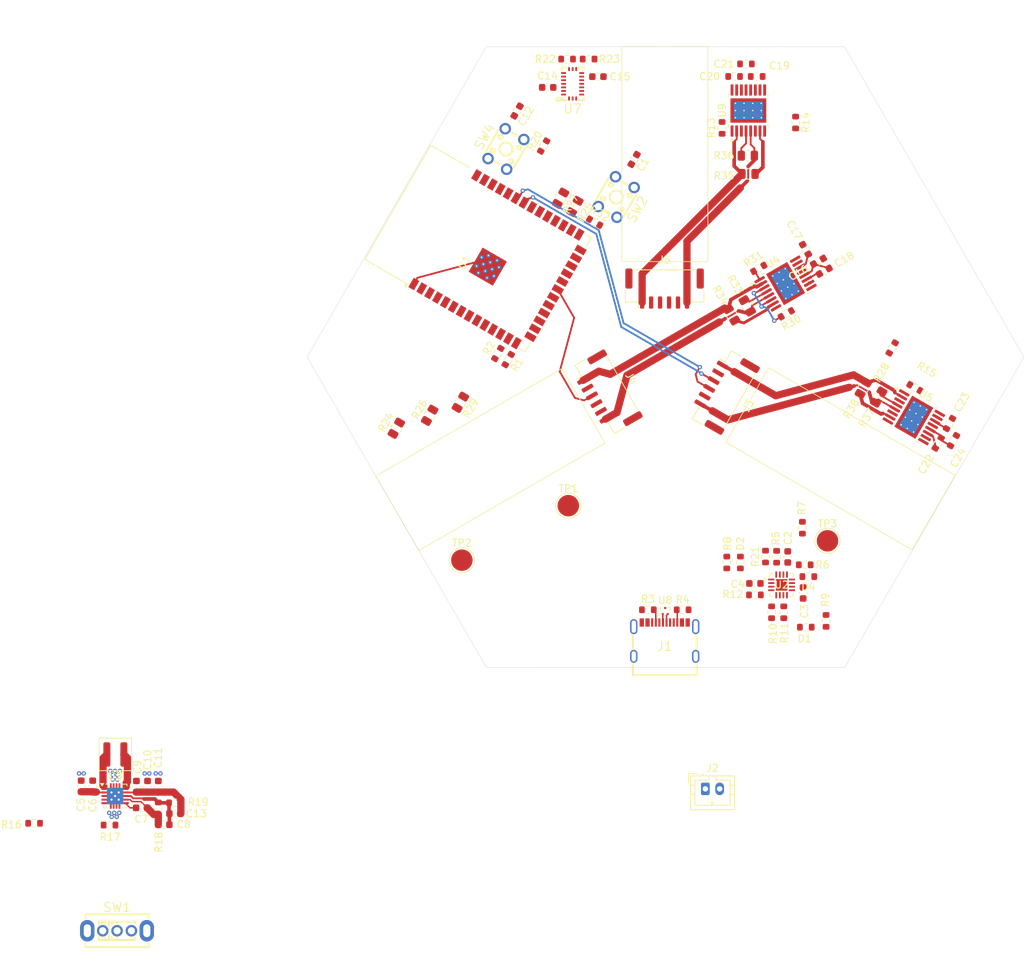
<source format=kicad_pcb>
(kicad_pcb (version 20241229) (generator "pcbnew") (generator_version "9.0")
  (layers (0 "F.Cu" signal) (2 "B.Cu" signal) (13 "F.Paste" user) (15 "B.Paste" user) (5 "F.SilkS" user "F.Silkscreen") (7 "B.SilkS" user "B.Silkscreen") (1 "F.Mask" user) (3 "B.Mask" user) (25 "Edge.Cuts" user))
  (net 0 "")
  (net 1 "GND")
  (net 2 "Net-(C1-Pad2)")
  (net 3 "USB_5V")
  (net 4 "VSYS")
  (net 5 "+BATT")
  (net 6 "Net-(U3-VAUX)")
  (net 7 "Net-(U3-FB)")
  (net 8 "+3.3V")
  (net 9 "Net-(C12-Pad2)")
  (net 10 "Net-(U4-VINT)")
  (net 11 "Net-(U4-VCP)")
  (net 12 "Net-(U9-VCP)")
  (net 13 "Net-(U9-VINT)")
  (net 14 "Net-(U5-VCP)")
  (net 15 "Net-(U5-VINT)")
  (net 16 "/CHG")
  (net 17 "Net-(D1-A)")
  (net 18 "Net-(D2-A)")
  (net 19 "/PGOOD")
  (net 20 "Net-(J3-Pin_1)")
  (net 21 "Net-(J4-Pin_1)")
  (net 22 "Net-(J5-Pin_1)")
  (net 23 "Net-(U3-L1)")
  (net 24 "Net-(U3-L2)")
  (net 25 "/D+")
  (net 26 "Net-(U1-USB_D+)")
  (net 27 "/D-")
  (net 28 "Net-(U1-USB_D-)")
  (net 29 "Net-(J1-CC1)")
  (net 30 "Net-(J1-CC2)")
  (net 31 "Net-(U2-ISET)")
  (net 32 "Net-(U2-ILIM)")
  (net 33 "Net-(U2-TMR)")
  (net 34 "Net-(U2-EN2)")
  (net 35 "Net-(U2-EN1)")
  (net 36 "Net-(U2-~{CE})")
  (net 37 "/M2_SLEEP")
  (net 38 "Net-(U9-AISEN)")
  (net 39 "/M3_SLEEP")
  (net 40 "Net-(SW1-B)")
  (net 41 "Net-(U3-PG)")
  (net 42 "/ESP_EN")
  (net 43 "/Temp Sense")
  (net 44 "/SCL")
  (net 45 "/SDA")
  (net 46 "/ACCEL_INT1")
  (net 47 "Net-(U7-INT1)")
  (net 48 "Net-(U7-INT2)")
  (net 49 "/ACCEL_INT2")
  (net 50 "Net-(U7-INT3)")
  (net 51 "/GYRO_INT1")
  (net 52 "Net-(U7-INT4)")
  (net 53 "/GYRO_INT2")
  (net 54 "Net-(U5-AISEN)")
  (net 55 "Net-(U7-DRDYM)")
  (net 56 "/MAG_DRDYM")
  (net 57 "Net-(U4-AISEN)")
  (net 58 "/M1_SLEEP")
  (net 59 "/ESP_IO0")
  (net 60 "Net-(U4-AOUT2)")
  (net 61 "Net-(J4-Pin_6)")
  (net 62 "Net-(U4-BOUT1)")
  (net 63 "Net-(U9-BOUT1)")
  (net 64 "Net-(U9-AOUT2)")
  (net 65 "Net-(J5-Pin_6)")
  (net 66 "Net-(U5-AOUT2)")
  (net 67 "Net-(J3-Pin_6)")
  (net 68 "Net-(U5-BOUT1)")
  (net 70 "/M1_C2")
  (net 71 "/M2A_IN")
  (net 73 "/M1_C1")
  (net 75 "/M3A_IN")
  (net 76 "/M3_FAULT")
  (net 78 "/M1A_IN")
  (net 79 "/M2_FAULT")
  (net 80 "/M1_FAULT")
  (net 82 "/M3B_IN")
  (net 83 "/M3_C2")
  (net 84 "/M2B_IN")
  (net 85 "/M1B_IN")
  (net 86 "/M2_C1")
  (net 88 "/M3_C1")
  (net 89 "/M2_C2")
  (footprint "Resistor_SMD:R_0603_1608Metric" (layer "F.Cu") (at 37.35 172.85)
    (property "Reference" "R17")
    (property "Value" "1 MΩ")
  )
  (footprint "Resistor_SMD:R_0603_1608Metric" (layer "F.Cu") (at 123.438814 136.209273 90)
    (property "Reference" "R8")
    (property "Value" "1.5 kΩ")
  )
  (footprint "Resistor_SMD:R_0603_1608Metric" (layer "F.Cu") (at 91.506571 107.044672 60)
    (property "Reference" "R2")
    (property "Value" "22 Ω")
  )
  (footprint "Resistor_SMD:R_0603_1608Metric" (layer "F.Cu") (at 134.313818 136.53427 180)
    (property "Reference" "R6")
    (property "Value" "1.18 kΩ")
  )
  (footprint "Resistor_SMD:R_0603_1608Metric" (layer "F.Cu") (at 105.00854 88.721644 -30)
    (property "Reference" "R32")
    (property "Value" "10 kΩ")
  )
  (footprint "Capacitor_SMD:C_0603_1608Metric" (layer "F.Cu") (at 134.420578 92.520376 -60)
    (property "Reference" "C17")
    (property "Value" "2.2µF")
  )
  (footprint "Resistor_SMD:R_0603_1608Metric" (layer "F.Cu") (at 124.462354 68.386758)
    (property "Reference" "C20")
    (property "Value" "2.2µF")
  )
  (footprint "Capacitor_SMD:C_0603_1608Metric" (layer "F.Cu") (at 94.190241 73.208754 -120)
    (property "Reference" "C12")
    (property "Value" "0.1µf")
  )
  (footprint "Resistor_SMD:R_0603_1608Metric" (layer "F.Cu") (at 117.283918 142.809274)
    (property "Reference" "R4")
    (property "Value" "5.1 kΩ")
  )
  (footprint "Capacitor_SMD:C_0603_1608Metric" (layer "F.Cu") (at 127.363813 139.134271)
    (property "Reference" "C4")
    (property "Value" "4.7 µF")
  )
  (footprint "Resistor_SMD:R_0603_1608Metric" (layer "F.Cu") (at 101.165242 65.958756)
    (property "Reference" "R22")
    (property "Value" "4.7 kΩ")
  )
  (footprint "Package_TO_SOT_SMD:Texas_DRT-3" (layer "F.Cu") (at 114.858912 142.984273)
    (property "Reference" "U8")
    (property "Value" "TPD2EUSB30")
  )
  (footprint "Package_SO:HTSSOP-16-1EP_4.4x5mm_P0.65mm_EP3.4x5mm_Mask2.46x2.31mm_ThermalVias" (layer "F.Cu") (at 131.63881 97.284273 30)
    (property "Reference" "U4")
    (property "Value" "DRV8833PWP")
  )
  (footprint "Resistor_SMD:R_0603_1608Metric" (layer "F.Cu") (at 125.338817 136.209272 90)
    (property "Reference" "D2")
    (property "Value" "LED_Small")
  )
  (footprint "Capacitor_SMD:C_0603_1608Metric" (layer "F.Cu") (at 134.088814 140.459272 -90)
    (property "Reference" "C3")
    (property "Value" "4.7 µF")
  )
  (footprint "Capacitor_SMD:C_0603_1608Metric" (layer "F.Cu") (at 41.099999 167.475002 -90)
    (property "Reference" "C9")
    (property "Value" "22µF")
  )
  (footprint "Resistor_SMD:R_0603_1608Metric" (layer "F.Cu") (at 149.687631 111.813559 150)
    (property "Reference" "R15")
    (property "Value" "10kΩ")
  )
  (footprint "Resistor_SMD:R_0603_1608Metric" (layer "F.Cu") (at 131.735113 101.501066 -150)
    (property "Reference" "R30")
    (property "Value" "200mΩ")
  )
  (footprint "Custom_Button_Switch_THT:SW-TH_SS12D07VG4" (layer "F.Cu") (at 38.399999 187.600001)
    (property "Reference" "SW1")
    (property "Value" "SW_SPDT")
  )
  (footprint "Capacitor_SMD:C_0603_1608Metric" (layer "F.Cu") (at 136.223604 94.175363 30)
    (property "Reference" "C16")
    (property "Value" "10µF")
  )
  (footprint "Capacitor_SMD:C_0603_1608Metric" (layer "F.Cu") (at 42.649999 167.475 -90)
    (property "Reference" "C10")
    (property "Value" "22µF")
  )
  (footprint "Resistor_SMD:R_0603_1608Metric" (layer "F.Cu") (at 126.112355 66.636761 180)
    (property "Reference" "C21")
    (property "Value" "10µF")
  )
  (footprint "Resistor_SMD:R_0603_1608Metric" (layer "F.Cu") (at 130.388813 135.409273 90)
    (property "Reference" "R5")
    (property "Value" "1.13 kΩ")
  )
  (footprint "Capacitor_SMD:C_0603_1608Metric" (layer "F.Cu") (at 33.4 167.425001 90)
    (property "Reference" "C5")
    (property "Value" "10µF")
  )
  (footprint "Resistor_SMD:R_0603_1608Metric" (layer "F.Cu") (at 104.16524 65.958755 180)
    (property "Reference" "R23")
    (property "Value" "4.6 kΩ")
  )
  (footprint "Capacitor_SMD:C_0603_1608Metric" (layer "F.Cu") (at 44.15 167.475001 -90)
    (property "Reference" "C11")
    (property "Value" "22µF")
  )
  (footprint "Capacitor_SMD:C_0603_1608Metric" (layer "F.Cu") (at 98.465237 69.908753)
    (property "Reference" "C14")
    (property "Value" "100nF")
  )
  (footprint "Resistor_SMD:R_0805_2012Metric" (layer "F.Cu") (at 100.25032 85.368895 -120)
    (property "Reference" "R27")
    (property "Value" "0Ω")
  )
  (footprint "Resistor_SMD:R_0603_1608Metric" (layer "F.Cu") (at 133.988814 131.359271 90)
    (property "Reference" "R7")
    (property "Value" "46.4 kΩ")
  )
  (footprint "Resistor_SMD:R_0603_1608Metric" (layer "F.Cu") (at 46.475 169.750001 180)
    (property "Reference" "R19")
    (property "Value" "1.13MΩ")
  )
  (footprint "Resistor_SMD:R_0805_2012Metric" (layer "F.Cu") (at 126.474853 81.986759 180)
    (property "Reference" "R35")
    (property "Value" "0 Ω")
  )
  (footprint "Capacitor_SMD:C_0603_1608Metric" (layer "F.Cu") (at 131.938811 135.434144 -90)
    (property "Reference" "C2")
    (property "Value" "1 µF")
  )
  (footprint "Resistor_SMD:R_0603_1608Metric" (layer "F.Cu") (at 128.844069 135.384143 90)
    (property "Reference" "R21")
    (property "Value" "10 kΩ")
  )
  (footprint "Resistor_SMD:R_0603_1608Metric" (layer "F.Cu") (at 134.813816 138.184274 180)
    (property "Reference" "D4")
    (property "Value" "PESD5V0S1UL")
  )
  (footprint "Capacitor_SMD:C_0603_1608Metric" (layer "F.Cu") (at 110.510513 79.962974 -120)
    (property "Reference" "C1")
    (property "Value" "0.1µf")
  )
  (footprint "Connector_JST:JST_GH_BM06B-GHS-TBT_1x06-1MP_P1.25mm_Vertical" (layer "F.Cu") (at 114.763815 97.984271)
    (property "Reference" "J5")
    (property "Value" "M1_Conn_01x06")
  )
  (footprint "Resistor_SMD:R_0603_1608Metric" (layer "F.Cu") (at 152.930854 119.54614 60)
    (property "Reference" "C22")
    (property "Value" "0.01µF")
  )
  (footprint "Resistor_SMD:R_0805_2012Metric" (layer "F.Cu") (at 126.374854 79.436759 180)
    (property "Reference" "R36")
    (property "Value" "0 Ω")
  )
  (footprint "Capacitor_SMD:C_0603_1608Metric" (layer "F.Cu") (at 41.824999 170.450001)
    (property "Reference" "C7")
    (property "Value" "0.1µF")
  )
  (footprint "Resistor_SMD:R_0603_1608Metric" (layer "F.Cu") (at 127.905206 95.167477 -150)
    (property "Reference" "R31")
    (property "Value" "10kΩ")
  )
  (footprint "Connector_JST:JST_GH_BM06B-GHS-TBT_1x06-1MP_P1.25mm_Vertical" (layer "F.Cu") (at 106.638876 112.525797 -60)
    (property "Reference" "J4")
    (property "Value" "M1_Conn_01x06")
  )
  (footprint "Resistor_SMD:R_0805_2012Metric" (layer "F.Cu") (at 142.489926 111.887057 60)
    (property "Reference" "R38")
    (property "Value" "0 Ω")
  )
  (footprint "Resistor_SMD:R_0805_2012Metric" (layer "F.Cu") (at 124.113625 101.650257 120)
    (property "Reference" "R34")
    (property "Value" "0Ω")
  )
  (footprint "Resistor_SMD:R_0603_1608Metric" (layer "F.Cu") (at 122.787354 75.561758 -90)
    (property "Reference" "R13")
    (property "Value" "10kΩ")
  )
  (footprint "Capacitor_SMD:C_0603_1608Metric" (layer "F.Cu") (at 34.999999 167.425001 90)
    (property "Reference" "C6")
    (property "Value" "10µF")
  )
  (footprint "Resistor_SMD:R_0603_1608Metric" (layer "F.Cu") (at 92.956569 107.894678 -120)
    (property "Reference" "R1")
    (property "Value" "22 Ω")
  )
  (footprint "Resistor_SMD:R_0805_2012Metric" (layer "F.Cu") (at 82.00032 115.668894 60)
    (property "Reference" "R26")
    (property "Value" "0Ω")
  )
  (footprint "Resistor_SMD:R_0603_1608Metric" (layer "F.Cu") (at 155.05873 119.202984 60)
    (property "Reference" "C24")
    (property "Value" "10µF")
  )
  (footprint "TestPoint:TestPoint_Pad_D3.0mm" (layer "F.Cu") (at 86.488813 135.884274)
    (property "Reference" "TP2")
    (property "Value" "Buck in test pad")
  )
  (footprint "Resistor_SMD:R_0603_1608Metric" (layer "F.Cu") (at 127.612355 68.386758 180)
    (property "Reference" "C19")
    (property "Value" "0.01µF")
  )
  (footprint "Package_DFN_QFN:VQFN-16-1EP_3x3mm_P0.5mm_EP1.6x1.6mm" (layer "F.Cu") (at 131.088817 139.334271)
    (property "Reference" "U2")
    (property "Value" "BQ24074RGT")
  )
  (footprint "Resistor_SMD:R_0603_1608Metric" (layer "F.Cu") (at 134.463812 145.234274)
    (property "Reference" "D1")
    (property "Value" "LED_Small")
  )
  (footprint "Resistor_SMD:R_0603_1608Metric" (layer "F.Cu") (at 154.505849 116.81816 -120)
    (property "Reference" "C23")
    (property "Value" "2.2µF")
  )
  (footprint "Package_SO:HTSSOP-16-1EP_4.4x5mm_P0.65mm_EP3.4x5mm_Mask2.46x2.31mm_ThermalVias" (layer "F.Cu") (at 149.529727 115.937052 -30)
    (property "Reference" "U5")
    (property "Value" "DRV8833PWP")
  )
  (footprint "Resistor_SMD:R_0603_1608Metric" (layer "F.Cu") (at 137.288814 144.359273 90)
    (property "Reference" "R9")
    (property "Value" "1.5 kΩ")
  )
  (footprint "Resistor_SMD:R_0603_1608Metric" (layer "F.Cu") (at 133.037353 74.811757 -90)
    (property "Reference" "R14")
    (property "Value" "200mΩ")
  )
  (footprint "Package_SO:HTSSOP-16-1EP_4.4x5mm_P0.65mm_EP3.4x5mm_Mask2.46x2.31mm_ThermalVias" (layer "F.Cu") (at 126.449854 73.136759 90)
    (property "Reference" "U9")
    (property "Value" "DRV8833PWP")
  )
  (footprint "Resistor_SMD:R_0603_1608Metric" (layer "F.Cu") (at 127.363814 140.734272)
    (property "Reference" "R12")
    (property "Value" "100 kΩ")
  )
  (footprint "TestPoint:TestPoint_Pad_D3.0mm" (layer "F.Cu") (at 101.338815 128.284274)
    (property "Reference" "TP1")
    (property "Value" "Buck out test pad")
  )
  (footprint "Resistor_SMD:R_0805_2012Metric" (layer "F.Cu") (at 77.350319 117.468896 60)
    (property "Reference" "R24")
    (property "Value" "0Ω")
  )
  (footprint "Resistor_SMD:R_0805_2012Metric" (layer "F.Cu") (at 86.28782 113.849392 -120)
    (property "Reference" "R29")
    (property "Value" "0Ω")
  )
  (footprint "Custom_Sensor_Motion_global:BMX055_EasyEDA" (layer "F.Cu") (at 101.940239 69.408755)
    (property "Reference" "U7")
    (property "Value" "BMX055")
  )
  (footprint "Capacitor_SMD:C_0603_1608Metric" (layer "F.Cu") (at 105.465239 68.408754)
    (property "Reference" "C15")
    (property "Value" "100nF")
  )
  (footprint "Package_SON:Texas_S-PWSON-N10_ThermalVias" (layer "F.Cu") (at 38.124999 168.800001)
    (property "Reference" "U3")
    (property "Value" "TPS63060")
  )
  (footprint "Connector_JST:JST_PH_B2B-PH-K_1x02_P2.00mm_Vertical" (layer "F.Cu") (at 120.45 167.8)
    (property "Reference" "J2")
    (property "Value" "Battery_Conn_01x02")
  )
  (footprint "Resistor_SMD:R_0603_1608Metric" (layer "F.Cu") (at 26.824999 172.600001)
    (property "Reference" "R16")
    (property "Value" "100kΩ")
  )
  (footprint "Capacitor_SMD:C_0603_1608Metric" (layer "F.Cu") (at 44.925 172.8)
    (property "Reference" "C8")
    (property "Value" "10pF")
  )
  (footprint "Custom_Connector:USB-C-SMD_TYPE-C16PIN" (layer "F.Cu") (at 114.788915 146.946774)
    (property "Reference" "J1")
    (property "Value" "USB_C_Receptacle_USB2.0_16P")
  )
  (footprint "Inductor_SMD:L_Coilcraft_XAL4020-XXX" (layer "F.Cu") (at 38.164999 163.000001 180)
    (property "Reference" "L1")
    (property "Value" "Coilcraft-XFL4020102MEC")
  )
  (footprint "Resistor_SMD:R_0603_1608Metric" (layer "F.Cu") (at 97.90274 78.094285 60)
    (property "Reference" "R20")
    (property "Value" "10 kΩ")
  )
  (footprint "Resistor_SMD:R_0603_1608Metric" (layer "F.Cu") (at 112.433916 142.809272 180)
    (property "Reference" "R3")
    (property "Value" "5.1 kΩ")
  )
  (footprint "TestPoint:TestPoint_Pad_D3.0mm" (layer "F.Cu") (at 137.488815 133.184272)
    (property "Reference" "TP3")
    (property "Value" "5v test pad")
  )
  (footprint "Capacitor_SMD:C_0603_1608Metric" (layer "F.Cu") (at 46.475 171.25)
    (property "Reference" "C13")
    (property "Value" "10pF")
  )
  (footprint "Custom_Button_Switch_THT:SW-TH_4P-L4.5-W4.5-P3.00-LS4.8" (layer "F.Cu") (at 92.640242 78.508755 60)
    (property "Reference" "SW4")
    (property "Value" "TSC016A04518A")
  )
  (footprint "Resistor_SMD:R_0603_1608Metric" (layer "F.Cu") (at 129.688814 143.159275 -90)
    (property "Reference" "R10")
    (property "Value" "10 kΩ")
  )
  (footprint "Resistor_SMD:R_0603_1608Metric" (layer "F.Cu") (at 131.388815 143.159273 -90)
    (property "Reference" "R11")
    (property "Value" "10 kΩ")
  )
  (footprint "Resistor_SMD:R_0603_1608Metric" (layer "F.Cu") (at 44.149999 170.525 -90)
    (property "Reference" "R18")
    (property "Value" "200kΩ")
  )
  (footprint "Capacitor_SMD:C_0603_1608Metric" (layer "F.Cu") (at 137.02925 95.554046 30)
    (property "Reference" "C18")
    (property "Value" "0.01µF")
  )
  (footprint "Resistor_SMD:R_0805_2012Metric" (layer "F.Cu") (at 144.630436 113.122878 60)
    (property "Reference" "R37")
    (property "Value" "0 Ω")
  )
  (footprint "Resistor_SMD:R_0805_2012Metric" (layer "F.Cu") (at 102.250321 86.518896 -120)
    (property "Reference" "R25")
    (property "Value" "0Ω")
  )
  (footprint "Resistor_SMD:R_0603_1608Metric" (layer "F.Cu") (at 146.508027 106.269936 -120)
    (property "Reference" "R28")
    (property "Value" "200mΩ")
  )
  (footprint "Resistor_SMD:R_0805_2012Metric" (layer "F.Cu") (at 126.306229 100.393658 120)
    (property "Reference" "R33")
    (property "Value" "0Ω")
  )
  (footprint "Connector_JST:JST_GH_BM06B-GHS-TBT_1x06-1MP_P1.25mm_Vertical" (layer "F.Cu") (at 122.988882 112.342748 -120)
    (property "Reference" "J3")
    (property "Value" "M1_Conn_01x06")
  )
  (footprint "RF_Module:ESP32-S3-WROOM-1" (layer "F.Cu") (at 88.720828 92.399017 60)
    (property "Reference" "U1")
    (property "Value" "ESP32-S3-WROOM-1")
  )
  (footprint "Custom_Button_Switch_THT:SW-TH_4P-L4.5-W4.5-P3.00-LS4.8" (layer "F.Cu") (at 108.021999 85.205772 -120)
    (property "Reference" "SW2")
    (property "Value" "TSC016A04518A")
  )
  (gr_poly (pts (xy 123.308051 119.43427) (xy 129.308053 109.041969) (xy 155.288816 124.041967) (xy 149.288818 134.434272)) (stroke (width 0.1)) (fill no) (layer "F.SilkS"))
  (gr_poly (pts (xy 108.799359 64.216897) (xy 120.799362 64.2169) (xy 120.799364 94.216897) (xy 108.79936 94.216896)) (stroke (width 0.1)) (fill no) (layer "F.SilkS"))
  (gr_poly (pts (xy 100.469575 109.141966) (xy 106.469576 119.534269) (xy 80.488813 134.534273) (xy 74.488819 124.14197)) (stroke (width 0.1)) (fill no) (layer "F.SilkS"))
  (gr_poly (pts (xy 164.897174 107.549533) (xy 139.914008 150.841076) (xy 89.930672 150.870125) (xy 64.897172 107.549533) (xy 89.883298 64.256281) (xy 139.861296 64.22757)) (stroke (width 0.05)) (fill no) (layer "Edge.Cuts"))
  (segment (start 39.885001 169.300002) (end 40.215715 169.3) (width 0.2) (layer "F.Cu") (net 1))
  (segment (start 44.149999 171.35) (end 44.15 172.8) (width 1.016) (layer "F.Cu") (net 1))
  (segment (start 39.885001 169.300002) (end 39.599999 169.300002) (width 0.2) (layer "F.Cu") (net 1))
  (segment (start 40.493716 169.578001) (end 41.727999 169.578) (width 0.2) (layer "F.Cu") (net 1))
  (segment (start 90.101252 94.928052) (end 88.824732 94.191056) (width 0.254) (layer "F.Cu") (net 1))
  (segment (start 43.499998 171.35) (end 44.149999 171.35) (width 1.016) (layer "F.Cu") (net 1))
  (segment (start 40.215715 169.3) (end 40.493716 169.578001) (width 0.2) (layer "F.Cu") (net 1))
  (segment (start 41.727999 169.578) (end 42.6 170.450001) (width 0.2) (layer "F.Cu") (net 1))
  (segment (start 80.292535 96.477247) (end 79.790535 97.346738) (width 0.254) (layer "F.Cu") (net 1))
  (segment (start 88.824732 94.191056) (end 80.292535 96.477247) (width 0.254) (layer "F.Cu") (net 1))
  (segment (start 42.599999 170.450001) (end 43.499998 171.35) (width 1.016) (layer "F.Cu") (net 1))
  (segment (start 79.790535 97.346738) (end 79.794192 97.360398) (width 0.254) (layer "F.Cu") (net 1))
  (via (at 37.299999 171.150001) (size 0.6) (drill 0.3) (layers "F.Cu" "B.Cu") (net 1))
  (via (at 43.799999 165.65) (size 0.6) (drill 0.3) (layers "F.Cu" "B.Cu") (net 1))
  (via (at 37.449999 165.3) (size 0.6) (drill 0.3) (layers "F.Cu" "B.Cu") (net 1))
  (via (at 38.099999 165.300001) (size 0.6) (drill 0.3) (layers "F.Cu" "B.Cu") (net 1))
  (via (at 33.099999 165.649999) (size 0.6) (drill 0.3) (layers "F.Cu" "B.Cu") (net 1))
  (via (at 37.8 166.500001) (size 0.6) (drill 0.3) (layers "F.Cu" "B.Cu") (net 1))
  (via (at 33.749999 165.650001) (size 0.6) (drill 0.3) (layers "F.Cu" "B.Cu") (net 1))
  (via (at 38.8 165.300002) (size 0.6) (drill 0.3) (layers "F.Cu" "B.Cu") (net 1))
  (via (at 44.45 165.65) (size 0.6) (drill 0.3) (layers "F.Cu" "B.Cu") (net 1))
  (via (at 38.699999 171.15) (size 0.6) (drill 0.3) (layers "F.Cu" "B.Cu") (net 1))
  (via (at 38.35 171.700001) (size 0.6) (drill 0.3) (layers "F.Cu" "B.Cu") (net 1))
  (via (at 42.9 165.649999) (size 0.6) (drill 0.3) (layers "F.Cu" "B.Cu") (net 1))
  (via (at 38.000001 171.150002) (size 0.6) (drill 0.3) (layers "F.Cu" "B.Cu") (net 1))
  (via (at 38.449999 165.850001) (size 0.6) (drill 0.3) (layers "F.Cu" "B.Cu") (net 1))
  (via (at 37.649999 171.700001) (size 0.6) (drill 0.3) (layers "F.Cu" "B.Cu") (net 1))
  (via (at 42.249999 165.65) (size 0.6) (drill 0.3) (layers "F.Cu" "B.Cu") (net 1))
  (via (at 37.799999 165.850001) (size 0.6) (drill 0.3) (layers "F.Cu" "B.Cu") (net 1))
  (via (at 38.449999 166.500001) (size 0.6) (drill 0.3) (layers "F.Cu" "B.Cu") (net 1))
  (segment (start 35.433997 168.25) (end 35.515999 168.25) (width 1.016) (layer "F.Cu") (net 4))
  (segment (start 153.343354 118.831669) (end 153.242697 118.456012) (width 0.254) (layer "F.Cu") (net 4))
  (segment (start 35.515999 168.25) (end 35.566 168.300001) (width 0.254) (layer "F.Cu") (net 4))
  (segment (start 33.4 168.200001) (end 34.999999 168.200001) (width 1.016) (layer "F.Cu") (net 4))
  (segment (start 137.70042 95.166547) (end 137.6812 95.133265) (width 0.254) (layer "F.Cu") (net 4))
  (segment (start 137.6812 95.133265) (end 135.552436 94.562862) (width 0.254) (layer "F.Cu") (net 4))
  (segment (start 153.242697 118.456012) (end 151.846228 117.649761) (width 0.254) (layer "F.Cu") (net 4))
  (segment (start 35.040999 168.241001) (end 35.424998 168.241001) (width 1.016) (layer "F.Cu") (net 4))
  (segment (start 153.449089 119.226288) (end 153.343354 118.831669) (width 0.254) (layer "F.Cu") (net 4))
  (segment (start 154.64623 119.917454) (end 153.449089 119.226288) (width 0.254) (layer "F.Cu") (net 4))
  (segment (start 135.287066 95.553233) (end 135.552436 94.562862) (width 0.254) (layer "F.Cu") (net 4))
  (segment (start 35.566 168.300001) (end 36.65 168.300001) (width 0.254) (layer "F.Cu") (net 4))
  (segment (start 134.280315 96.134481) (end 135.287066 95.553233) (width 0.254) (layer "F.Cu") (net 4))
  (segment (start 34.999999 168.200001) (end 35.040999 168.241001) (width 1.016) (layer "F.Cu") (net 4))
  (segment (start 35.424998 168.241001) (end 35.433997 168.25) (width 1.016) (layer "F.Cu") (net 4))
  (segment (start 39.599999 169.8) (end 39.599998 169.850001) (width 0.2) (layer "F.Cu") (net 6))
  (segment (start 39.599998 169.850001) (end 40.199999 170.450001) (width 0.2) (layer "F.Cu") (net 6))
  (segment (start 40.199999 170.450001) (end 41.049998 170.450001) (width 0.2) (layer "F.Cu") (net 6))
  (segment (start 42.057603 169.122715) (end 40.643714 169.122714) (width 0.254) (layer "F.Cu") (net 7))
  (segment (start 45.65 169.750001) (end 44.2 169.750001) (width 0.508) (layer "F.Cu") (net 7))
  (segment (start 42.147888 169.213) (end 42.057603 169.122715) (width 0.254) (layer "F.Cu") (net 7))
  (segment (start 44.2 169.750001) (end 44.149999 169.7) (width 0.508) (layer "F.Cu") (net 7))
  (segment (start 45.65 169.750001) (end 45.65 171.2) (width 0.508) (layer "F.Cu") (net 7))
  (segment (start 40.321001 168.800001) (end 39.884999 168.800001) (width 0.254) (layer "F.Cu") (net 7))
  (segment (start 43.662999 169.213) (end 42.147888 169.213) (width 0.508) (layer "F.Cu") (net 7))
  (segment (start 45.7 171.25) (end 45.7 172.8) (width 0.508) (layer "F.Cu") (net 7))
  (segment (start 44.149999 169.7) (end 43.662999 169.213) (width 0.508) (layer "F.Cu") (net 7))
  (segment (start 40.643714 169.122714) (end 40.321001 168.800001) (width 0.254) (layer "F.Cu") (net 7))
  (segment (start 45.65 171.2) (end 45.7 171.25) (width 0.508) (layer "F.Cu") (net 7))
  (segment (start 44.15 168.250001) (end 46.275 168.250001) (width 1.016) (layer "F.Cu") (net 8))
  (segment (start 44.15 168.250001) (end 42.649999 168.25) (width 1.016) (layer "F.Cu") (net 8))
  (segment (start 42.649999 168.25) (end 41.100001 168.25) (width 1.016) (layer "F.Cu") (net 8))
  (segment (start 47.3 171.2) (end 47.25 171.25) (width 1.016) (layer "F.Cu") (net 8))
  (segment (start 41.099999 168.250002) (end 41.05 168.300001) (width 0.254) (layer "F.Cu") (net 8))
  (segment (start 41.05 168.300001) (end 39.884999 168.300001) (width 0.254) (layer "F.Cu") (net 8))
  (segment (start 46.275 168.250001) (end 47.3 169.275001) (width 1.016) (layer "F.Cu") (net 8))
  (segment (start 47.3 169.750001) (end 47.3 171.2) (width 1.016) (layer "F.Cu") (net 8))
  (segment (start 47.3 169.275001) (end 47.3 169.750001) (width 1.016) (layer "F.Cu") (net 8))
  (segment (start 41.100001 168.25) (end 41.099999 168.250002) (width 1.016) (layer "F.Cu") (net 8))
  (segment (start 134.44763 94.536771) (end 134.808082 93.191546) (width 0.254) (layer "F.Cu") (net 10))
  (segment (start 133.630315 95.008648) (end 134.44763 94.536771) (width 0.254) (layer "F.Cu") (net 10))
  (segment (start 136.358076 95.941545) (end 136.055099 95.860363) (width 0.254) (layer "F.Cu") (net 11))
  (segment (start 136.055099 95.860363) (end 134.605311 96.697397) (width 0.254) (layer "F.Cu") (net 11))
  (segment (start 151.521225 118.212678) (end 152.203224 118.606427) (width 0.254) (layer "F.Cu") (net 14))
  (segment (start 152.203224 118.606427) (end 152.605848 120.109056) (width 0.254) (layer "F.Cu") (net 14))
  (segment (start 152.605848 120.109056) (end 152.518349 120.260611) (width 0.254) (layer "F.Cu") (net 14))
  (segment (start 152.52368 116.626381) (end 152.496226 116.523929) (width 0.254) (layer "F.Cu") (net 15))
  (segment (start 154.093349 117.532631) (end 152.52368 116.626381) (width 0.254) (layer "F.Cu") (net 15))
  (segment (start 146.89529 112.539671) (end 147.863229 113.09851) (width 0.254) (layer "F.Cu") (net 20))
  (segment (start 144.267809 110.742679) (end 145.885847 111.676852) (width 0.508) (layer "F.Cu") (net 20))
  (segment (start 142.946176 111.096811) (end 144.267809 110.742679) (width 0.508) (layer "F.Cu") (net 20))
  (segment (start 124.461808 109.584703) (end 122.862631 108.661419) (width 0.508) (layer "F.Cu") (net 20))
  (segment (start 124.462818 109.588472) (end 124.461808 109.584703) (width 0.508) (layer "F.Cu") (net 20))
  (segment (start 124.466587 109.587464) (end 130.268957 112.937462) (width 1.016) (layer "F.Cu") (net 20))
  (segment (start 145.885847 111.676852) (end 146.806529 112.208408) (width 0.508) (layer "F.Cu") (net 20))
  (segment (start 142.940841 111.076894) (end 142.946176 111.096811) (width 1.016) (layer "F.Cu") (net 20))
  (segment (start 146.806529 112.208408) (end 146.888036 112.512599) (width 0.508) (layer "F.Cu") (net 20))
  (segment (start 141.12509 110.02857) (end 142.940841 111.076894) (width 1.016) (layer "F.Cu") (net 20))
  (segment (start 130.268957 112.937462) (end 141.12509 110.02857) (width 1.016) (layer "F.Cu") (net 20))
  (segment (start 146.888036 112.512599) (end 146.89529 112.539671) (width 0.254) (layer "F.Cu") (net 20))
  (segment (start 124.462818 109.588472) (end 124.466587 109.587464) (width 1.016) (layer "F.Cu") (net 20))
  (segment (start 127.289875 97.646255) (end 127.37514 97.6691) (width 0.508) (layer "F.Cu") (net 21))
  (segment (start 123.657372 100.860011) (end 123.988452 99.624404) (width 0.508) (layer "F.Cu") (net 21))
  (segment (start 127.612238 97.732628) (end 128.347317 97.308233) (width 0.508) (layer "F.Cu") (net 21))
  (segment (start 105.594927 109.520082) (end 103.38763 110.794468) (width 1.016) (layer "F.Cu") (net 21))
  (segment (start 123.147801 100.723468) (end 107.177259 109.944067) (width 1.016) (layer "F.Cu") (net 21))
  (segment (start 107.177259 109.944067) (end 105.594927 109.520082) (width 1.016) (layer "F.Cu") (net 21))
  (segment (start 124.011299 99.539138) (end 127.289875 97.646255) (width 0.508) (layer "F.Cu") (net 21))
  (segment (start 123.988452 99.624404) (end 124.011299 99.539138) (width 0.508) (layer "F.Cu") (net 21))
  (segment (start 123.657374 100.860012) (end 123.147801 100.723468) (width 1.016) (layer "F.Cu") (net 21))
  (segment (start 127.37514 97.6691) (end 127.612238 97.732628) (width 0.508) (layer "F.Cu") (net 21))
  (segment (start 111.638815 95.910297) (end 111.638815 99.934273) (width 1.016) (layer "F.Cu") (net 22))
  (segment (start 124.824854 77.136759) (end 124.474853 77.486759) (width 0.254) (layer "F.Cu") (net 22))
  (segment (start 125.562355 81.974259) (end 125.562354 81.986758) (width 0.508) (layer "F.Cu") (net 22))
  (segment (start 124.474853 77.486759) (end 124.474853 80.886759) (width 0.508) (layer "F.Cu") (net 22))
  (segment (start 124.474853 80.886759) (end 125.562355 81.974259) (width 0.508) (layer "F.Cu") (net 22))
  (segment (start 124.824853 75.999259) (end 124.824854 77.136759) (width 0.254) (layer "F.Cu") (net 22))
  (segment (start 125.562354 81.986758) (end 111.638815 95.910297) (width 1.016) (layer "F.Cu") (net 22))
  (segment (start 36.979999 163.000001) (end 36.440999 163.539001) (width 1.016) (layer "F.Cu") (net 23))
  (segment (start 36.440999 167.326001) (end 36.565999 167.451001) (width 1.016) (layer "F.Cu") (net 23))
  (segment (start 36.440999 163.539001) (end 36.440999 167.326001) (width 1.016) (layer "F.Cu") (net 23))
  (segment (start 39.839999 166.810001) (end 39.683999 166.966001) (width 1.016) (layer "F.Cu") (net 24))
  (segment (start 39.349999 163.000001) (end 39.839999 163.490001) (width 1.016) (layer "F.Cu") (net 24))
  (segment (start 39.839999 163.490001) (end 39.839999 166.810001) (width 1.016) (layer "F.Cu") (net 24))
  (segment (start 39.683999 166.966001) (end 39.683999 167.451001) (width 1.016) (layer "F.Cu") (net 24))
  (segment (start 114.508915 144.554173) (end 114.539016 144.584274) (width 0.2) (layer "F.Cu") (net 25))
  (segment (start 114.508913 143.409275) (end 114.508915 144.554173) (width 0.2) (layer "F.Cu") (net 25))
  (segment (start 115.038814 143.579376) (end 115.208914 143.409272) (width 0.2) (layer "F.Cu") (net 27))
  (segment (start 115.038814 144.584274) (end 115.038814 143.579376) (width 0.2) (layer "F.Cu") (net 27))
  (segment (start 113.258916 142.809272) (end 113.539013 143.089371) (width 0.2) (layer "F.Cu") (net 29))
  (segment (start 113.539013 143.089371) (end 113.539015 144.584274) (width 0.2) (layer "F.Cu") (net 29))
  (segment (start 116.458918 142.809274) (end 116.539013 142.889371) (width 0.2) (layer "F.Cu") (net 30))
  (segment (start 116.539013 142.889371) (end 116.539016 144.584274) (width 0.2) (layer "F.Cu") (net 30))
  (segment (start 128.337449 100.31615) (end 128.291702 100.486899) (width 0.254) (layer "F.Cu") (net 57))
  (segment (start 129.647317 99.559899) (end 128.337449 100.31615) (width 0.254) (layer "F.Cu") (net 57))
  (segment (start 127.31915 98.6524) (end 127.216698 98.624946) (width 0.254) (layer "F.Cu") (net 57))
  (segment (start 128.672313 97.871151) (end 127.31915 98.6524) (width 0.254) (layer "F.Cu") (net 57))
  (segment (start 130.068016 102.463565) (end 131.02064 101.913564) (width 0.254) (layer "F.Cu") (net 57))
  (via (at 128.291702 100.486899) (size 0.6) (drill 0.3) (layers "F.Cu" "B.Cu") (net 57))
  (via (at 130.068016 102.463565) (size 0.6) (drill 0.3) (layers "F.Cu" "B.Cu") (net 57))
  (via (at 127.216698 98.624946) (size 0.6) (drill 0.3) (layers "F.Cu" "B.Cu") (net 57))
  (segment (start 127.216698 98.624946) (end 128.291702 100.486899) (width 0.254) (layer "B.Cu") (net 57))
  (segment (start 129.043017 100.688214) (end 130.068016 102.463565) (width 0.254) (layer "B.Cu") (net 57))
  (segment (start 128.291702 100.486899) (end 129.043017 100.688214) (width 0.254) (layer "B.Cu") (net 57))
  (segment (start 127.378566 95.630307) (end 127.190737 95.57998) (width 0.254) (layer "F.Cu") (net 58))
  (segment (start 128.022313 96.745318) (end 127.378566 95.630307) (width 0.254) (layer "F.Cu") (net 58))
  (segment (start 126.6163 99.808746) (end 128.997315 98.434063) (width 0.254) (layer "F.Cu") (net 60))
  (segment (start 125.849979 99.603411) (end 126.6163 99.808746) (width 0.254) (layer "F.Cu") (net 60))
  (segment (start 108.113707 115.282743) (end 106.512627 116.207127) (width 1.016) (layer "F.Cu") (net 61))
  (segment (start 108.125114 115.285797) (end 108.113707 115.282743) (width 1.016) (layer "F.Cu") (net 61))
  (segment (start 126.987224 100.345147) (end 126.762479 101.183907) (width 0.254) (layer "F.Cu") (net 61))
  (segment (start 125.104467 101.0949) (end 123.199211 102.194901) (width 0.254) (layer "F.Cu") (net 61))
  (segment (start 129.322316 98.996981) (end 126.987224 100.345147) (width 0.254) (layer "F.Cu") (net 61))
  (segment (start 122.419786 102.644901) (end 109.516007 110.0949) (width 1.016) (layer "F.Cu") (net 61))
  (segment (start 126.342204 101.426552) (end 125.104467 101.0949) (width 0.508) (layer "F.Cu") (net 61))
  (segment (start 123.199211 102.194901) (end 122.419786 102.644901) (width 0.508) (layer "F.Cu") (net 61))
  (segment (start 126.762479 101.183907) (end 126.342204 101.426552) (width 0.508) (layer "F.Cu") (net 61))
  (segment (start 109.516007 110.0949) (end 108.125114 115.285797) (width 1.016) (layer "F.Cu") (net 61))
  (segment (start 129.153628 100.859255) (end 129.237241 100.547209) (width 0.4) (layer "F.Cu") (net 62))
  (segment (start 124.569872 102.440505) (end 125.829999 102.778155) (width 0.4) (layer "F.Cu") (net 62))
  (segment (start 125.829999 102.778155) (end 129.153628 100.859255) (width 0.4) (layer "F.Cu") (net 62))
  (segment (start 129.290322 100.516566) (end 129.972316 100.122814) (width 0.254) (layer "F.Cu") (net 62))
  (segment (start 129.237241 100.547209) (end 129.972316 100.122814) (width 0.4) (layer "F.Cu") (net 62))
  (segment (start 127.524855 81.986759) (end 127.387353 81.986759) (width 0.508) (layer "F.Cu") (net 63))
  (segment (start 128.074855 75.999259) (end 128.074854 77.086758) (width 0.254) (layer "F.Cu") (net 63))
  (segment (start 128.474855 77.486759) (end 128.474855 81.036759) (width 0.508) (layer "F.Cu") (net 63))
  (segment (start 128.474855 81.036759) (end 127.524855 81.986759) (width 0.508) (layer "F.Cu") (net 63))
  (segment (start 128.074854 77.086758) (end 128.474855 77.486759) (width 0.254) (layer "F.Cu") (net 63))
  (segment (start 126.124853 77.724259) (end 125.462355 78.386758) (width 0.254) (layer "F.Cu") (net 64))
  (segment (start 125.462355 78.386758) (end 125.462354 79.436759) (width 0.254) (layer "F.Cu") (net 64))
  (segment (start 126.124853 75.999259) (end 126.124853 77.724259) (width 0.254) (layer "F.Cu") (net 64))
  (segment (start 126.424855 82.845357) (end 126.424854 80.936759) (width 0.254) (layer "F.Cu") (net 65))
  (segment (start 126.283454 82.986759) (end 125.329153 83.941059) (width 0.508) (layer "F.Cu") (net 65))
  (segment (start 117.888816 99.934272) (end 117.888816 91.381396) (width 1.016) (layer "F.Cu") (net 65))
  (segment (start 126.774854 77.874258) (end 127.287354 78.386758) (width 0.254) (layer "F.Cu") (net 65))
  (segment (start 126.283454 82.986759) (end 126.424855 82.845357) (width 0.254) (layer "F.Cu") (net 65))
  (segment (start 117.888816 91.381396) (end 125.329153 83.941059) (width 1.016) (layer "F.Cu") (net 65))
  (segment (start 127.287354 80.074258) (end 127.287354 79.436759) (width 0.508) (layer "F.Cu") (net 65))
  (segment (start 126.424854 80.936759) (end 127.287354 80.074258) (width 0.508) (layer "F.Cu") (net 65))
  (segment (start 126.774855 75.999259) (end 126.774854 77.874258) (width 0.254) (layer "F.Cu") (net 65))
  (segment (start 127.287354 78.386758) (end 127.287354 79.436759) (width 0.254) (layer "F.Cu") (net 65))
  (segment (start 147.213229 114.224343) (end 144.888696 112.882275) (width 0.254) (layer "F.Cu") (net 66))
  (segment (start 144.888696 112.882275) (end 144.850864 112.741084) (width 0.254) (layer "F.Cu") (net 66))
  (segment (start 144.850864 112.741084) (end 145.086686 112.332629) (width 0.254) (layer "F.Cu") (net 66))
  (segment (start 121.42819 115.05012) (end 121.424422 115.051131) (width 1.016) (layer "F.Cu") (net 67))
  (segment (start 141.211211 111.579404) (end 140.528197 111.762417) (width 0.508) (layer "F.Cu") (net 67))
  (segment (start 123.593255 116.300121) (end 121.42819 115.05012) (width 1.016) (layer "F.Cu") (net 67))
  (segment (start 143.617075 113.591479) (end 143.309768 112.444595) (width 0.508) (layer "F.Cu") (net 67))
  (segment (start 143.309768 112.444595) (end 141.62102 111.469596) (width 0.254) (layer "F.Cu") (net 67))
  (segment (start 143.765733 113.677307) (end 144.585348 113.45769) (width 0.254) (layer "F.Cu") (net 67))
  (segment (start 143.765732 113.677306) (end 143.617075 113.591479) (width 0.508) (layer "F.Cu") (net 67))
  (segment (start 144.585348 113.45769) (end 146.888229 114.78726) (width 0.254) (layer "F.Cu") (net 67))
  (segment (start 121.42341 115.04736) (end 119.737632 114.074076) (width 0.508) (layer "F.Cu") (net 67))
  (segment (start 121.424422 115.051131) (end 121.42341 115.04736) (width 0.508) (layer "F.Cu") (net 67))
  (segment (start 140.528197 111.762417) (end 123.593255 116.300121) (width 1.016) (layer "F.Cu") (net 67))
  (segment (start 141.62102 111.469596) (end 141.211211 111.579404) (width 0.254) (layer "F.Cu") (net 67))
  (segment (start 142.033676 112.677305) (end 142.387804 113.99893) (width 0.508) (layer "F.Cu") (net 68))
  (segment (start 145.322567 115.384435) (end 146.238229 115.913093) (width 0.254) (layer "F.Cu") (net 68))
  (segment (start 145.213036 115.413784) (end 145.322567 115.384435) (width 0.254) (layer "F.Cu") (net 68))
  (segment (start 142.387804 113.99893) (end 144.957156 115.482346) (width 0.508) (layer "F.Cu") (net 68))
  (segment (start 144.957156 115.482346) (end 145.213036 115.413784) (width 0.508) (layer "F.Cu") (net 68))
  (segment (start 104.63763 112.95953) (end 103.541293 113.592502) (width 0.254) (layer "F.Cu") (net 73))
  (segment (start 103.541293 113.592502) (end 102.263286 113.250061) (width 0.254) (layer "F.Cu") (net 73))
  (segment (start 102.263286 113.250061) (end 100.138286 109.569453) (width 0.254) (layer "F.Cu") (net 73))
  (segment (start 100.138286 109.569453) (end 102.15045 102.059955) (width 0.254) (layer "F.Cu") (net 73))
  (segment (start 102.15045 102.059955) (end 99.863646 98.099092) (width 0.254) (layer "F.Cu") (net 73))
  (segment (start 119.097545 109.957042) (end 119.370383 110.975293) (width 0.254) (layer "F.Cu") (net 83))
  (segment (start 94.45476 85.255105) (end 94.039795 85.366295) (width 0.254) (layer "F.Cu") (net 83))
  (segment (start 119.370383 110.975293) (end 120.98763 111.909016) (width 0.254) (layer "F.Cu") (net 83))
  (segment (start 119.682167 108.944447) (end 119.097545 109.957042) (width 0.254) (layer "F.Cu") (net 83))
  (segment (start 94.990327 84.327479) (end 94.45476 85.255105) (width 0.254) (layer "F.Cu") (net 83))
  (via (at 119.682167 108.944447) (size 0.6) (drill 0.3) (layers "F.Cu" "B.Cu") (net 83))
  (via (at 94.990327 84.327479) (size 0.6) (drill 0.3) (layers "F.Cu" "B.Cu") (net 83))
  (segment (start 95.711587 84.134217) (end 94.990327 84.327479) (width 0.254) (layer "B.Cu") (net 83))
  (segment (start 105.573425 89.827952) (end 95.711587 84.134217) (width 0.254) (layer "B.Cu") (net 83))
  (segment (start 109.05103 102.80656) (end 105.636748 90.064274) (width 0.254) (layer "B.Cu") (net 83))
  (segment (start 119.682167 108.944447) (end 109.05103 102.80656) (width 0.254) (layer "B.Cu") (net 83))
  (segment (start 105.636748 90.064274) (end 105.573425 89.827952) (width 0.254) (layer "B.Cu") (net 83))
  (segment (start 134.93031 97.260314) (end 134.886563 97.184537) (width 0.254) (layer "F.Cu") (net 85))
  (segment (start 134.886563 97.184537) (end 134.899188 97.137411) (width 0.254) (layer "F.Cu") (net 85))
  (segment (start 134.899188 97.137411) (end 134.86931 97.154659) (width 0.254) (layer "F.Cu") (net 85))
  (segment (start 121.612632 110.826483) (end 119.930159 109.855106) (width 0.254) (layer "F.Cu") (net 88))
  (segment (start 96.412568 85.264084) (end 95.410213 85.532662) (width 0.254) (layer "F.Cu") (net 88))
  (segment (start 95.410213 85.532662) (end 95.139649 86.001295) (width 0.254) (layer "F.Cu") (net 88))
  (segment (start 119.930159 109.855106) (end 119.913299 109.859624) (width 0.254) (layer "F.Cu") (net 88))
  (via (at 119.913299 109.859624) (size 0.6) (drill 0.3) (layers "F.Cu" "B.Cu") (net 88))
  (via (at 96.412568 85.264084) (size 0.6) (drill 0.3) (layers "F.Cu" "B.Cu") (net 88))
  (segment (start 119.894996 109.791324) (end 108.723268 103.341324) (width 0.254) (layer "B.Cu") (net 88))
  (segment (start 108.723268 103.341324) (end 105.246028 90.364082) (width 0.254) (layer "B.Cu") (net 88))
  (segment (start 105.246028 90.364082) (end 96.412568 85.264084) (width 0.254) (layer "B.Cu") (net 88))
  (segment (start 119.913299 109.859624) (end 119.894996 109.791324) (width 0.254) (layer "B.Cu") (net 88))
)
</source>
